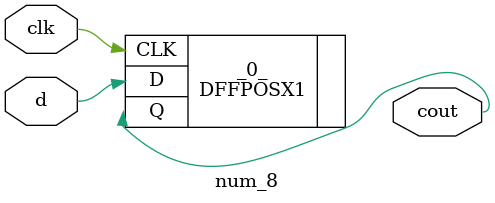
<source format=v>
/* Generated by Yosys 0.7 (git sha1 61f6811, gcc 6.2.0-11ubuntu1 -O2 -fdebug-prefix-map=/build/yosys-OIL3SR/yosys-0.7=. -fstack-protector-strong -fPIC -Os) */

(* src = "Test_Designs/num_10.v:6" *)
module num_8(clk, d, cout);
  (* src = "Test_Designs/num_10.v:6" *)
  input clk;
  (* src = "Test_Designs/num_10.v:6" *)
  output cout;
  (* src = "Test_Designs/num_10.v:6" *)
  input d;
  DFFPOSX1 _0_ (
    .CLK(clk),
    .D(d),
    .Q(cout)
  );
endmodule

</source>
